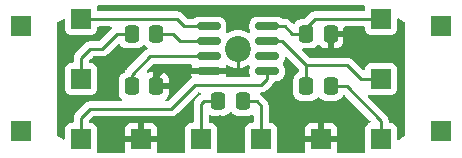
<source format=gtl>
%TF.GenerationSoftware,KiCad,Pcbnew,(6.0.5)*%
%TF.CreationDate,2023-09-23T13:50:41+09:00*%
%TF.ProjectId,20230918_Barcoder8,32303233-3039-4313-985f-426172636f64,rev?*%
%TF.SameCoordinates,Original*%
%TF.FileFunction,Copper,L1,Top*%
%TF.FilePolarity,Positive*%
%FSLAX46Y46*%
G04 Gerber Fmt 4.6, Leading zero omitted, Abs format (unit mm)*
G04 Created by KiCad (PCBNEW (6.0.5)) date 2023-09-23 13:50:41*
%MOMM*%
%LPD*%
G01*
G04 APERTURE LIST*
G04 Aperture macros list*
%AMRoundRect*
0 Rectangle with rounded corners*
0 $1 Rounding radius*
0 $2 $3 $4 $5 $6 $7 $8 $9 X,Y pos of 4 corners*
0 Add a 4 corners polygon primitive as box body*
4,1,4,$2,$3,$4,$5,$6,$7,$8,$9,$2,$3,0*
0 Add four circle primitives for the rounded corners*
1,1,$1+$1,$2,$3*
1,1,$1+$1,$4,$5*
1,1,$1+$1,$6,$7*
1,1,$1+$1,$8,$9*
0 Add four rect primitives between the rounded corners*
20,1,$1+$1,$2,$3,$4,$5,0*
20,1,$1+$1,$4,$5,$6,$7,0*
20,1,$1+$1,$6,$7,$8,$9,0*
20,1,$1+$1,$8,$9,$2,$3,0*%
G04 Aperture macros list end*
%TA.AperFunction,ComponentPad*%
%ADD10R,1.700000X1.700000*%
%TD*%
%TA.AperFunction,SMDPad,CuDef*%
%ADD11RoundRect,0.250000X-0.337500X-0.475000X0.337500X-0.475000X0.337500X0.475000X-0.337500X0.475000X0*%
%TD*%
%TA.AperFunction,SMDPad,CuDef*%
%ADD12RoundRect,0.150000X-0.825000X-0.150000X0.825000X-0.150000X0.825000X0.150000X-0.825000X0.150000X0*%
%TD*%
%TA.AperFunction,ComponentPad*%
%ADD13C,2.200000*%
%TD*%
%TA.AperFunction,ViaPad*%
%ADD14C,0.800000*%
%TD*%
%TA.AperFunction,Conductor*%
%ADD15C,0.250000*%
%TD*%
G04 APERTURE END LIST*
D10*
%TO.P,REF\u002A\u002A,1*%
%TO.N,N/C*%
X124460000Y-74295000D03*
%TD*%
D11*
%TO.P,C4,1*%
%TO.N,/P*%
X148590000Y-79375000D03*
%TO.P,C4,2*%
%TO.N,/OUT*%
X150665000Y-79375000D03*
%TD*%
D10*
%TO.P,P1,1,Pin_1*%
%TO.N,/P*%
X154940000Y-78740000D03*
%TD*%
%TO.P,G2,1,Pin_1*%
%TO.N,/G*%
X149860000Y-83820000D03*
%TD*%
D12*
%TO.P,U1,1,P1*%
%TO.N,/N*%
X140335000Y-74295000D03*
%TO.P,U1,2,P2*%
%TO.N,/IN*%
X140335000Y-75565000D03*
%TO.P,U1,3,P3*%
%TO.N,/VREF*%
X140335000Y-76835000D03*
%TO.P,U1,4,P4*%
%TO.N,/G*%
X140335000Y-78105000D03*
%TO.P,U1,5,P5*%
%TO.N,/CE*%
X145285000Y-78105000D03*
%TO.P,U1,6,P6*%
%TO.N,unconnected-(U1-Pad6)*%
X145285000Y-76835000D03*
%TO.P,U1,7,P7*%
%TO.N,/P*%
X145285000Y-75565000D03*
%TO.P,U1,8,P8*%
%TO.N,/5V*%
X145285000Y-74295000D03*
%TD*%
D11*
%TO.P,C3,1*%
%TO.N,/Ain*%
X133815000Y-74930000D03*
%TO.P,C3,2*%
%TO.N,/IN*%
X135890000Y-74930000D03*
%TD*%
D10*
%TO.P,REF\u002A\u002A,1*%
%TO.N,N/C*%
X124460000Y-83185000D03*
%TD*%
%TO.P,OUT1,1,Pin_1*%
%TO.N,/OUT*%
X154940000Y-83820000D03*
%TD*%
%TO.P,T1,1,Pin_1*%
%TO.N,/CE*%
X129540000Y-83820000D03*
%TD*%
%TO.P,A1,1,Pin_1*%
%TO.N,/Ain*%
X129540000Y-78740000D03*
%TD*%
D11*
%TO.P,C5,1*%
%TO.N,Net-(BZ1-Pad1)*%
X141150000Y-80645000D03*
%TO.P,C5,2*%
%TO.N,Net-(BZ2-Pad1)*%
X143225000Y-80645000D03*
%TD*%
D13*
%TO.P,J1,1,Pin_1*%
%TO.N,/G*%
X142810000Y-76200000D03*
%TD*%
D10*
%TO.P,REF\u002A\u002A,1*%
%TO.N,N/C*%
X160020000Y-83185000D03*
%TD*%
%TO.P,N1,1,Pin_1*%
%TO.N,/N*%
X129540000Y-73660000D03*
%TD*%
%TO.P,BZ1,1,Pin_1*%
%TO.N,Net-(BZ1-Pad1)*%
X139700000Y-83820000D03*
%TD*%
%TO.P,V5,1,Pin_1*%
%TO.N,/5V*%
X154940000Y-73660000D03*
%TD*%
D11*
%TO.P,C1,1*%
%TO.N,/VREF*%
X133815000Y-79375000D03*
%TO.P,C1,2*%
%TO.N,/G*%
X135890000Y-79375000D03*
%TD*%
D10*
%TO.P,BZ2,1,Pin_1*%
%TO.N,Net-(BZ2-Pad1)*%
X144780000Y-83820000D03*
%TD*%
%TO.P,REF\u002A\u002A,1*%
%TO.N,N/C*%
X160020000Y-74295000D03*
%TD*%
%TO.P,G1,1,Pin_1*%
%TO.N,/G*%
X134620000Y-83820000D03*
%TD*%
D11*
%TO.P,C2,1*%
%TO.N,/5V*%
X148590000Y-74930000D03*
%TO.P,C2,2*%
%TO.N,/G*%
X150665000Y-74930000D03*
%TD*%
D14*
%TO.N,/G*%
X143332200Y-73406000D03*
X155905200Y-81280000D03*
X128498600Y-81203800D03*
X132638800Y-76352400D03*
X141300200Y-82245200D03*
X155879800Y-76174600D03*
X128574800Y-76073000D03*
X147370800Y-73406000D03*
X147447000Y-82677000D03*
X152400000Y-75438000D03*
X149682200Y-81305400D03*
X146278600Y-79857600D03*
X137541000Y-79349600D03*
X137896600Y-81991200D03*
X149631400Y-76530200D03*
X143078200Y-82270600D03*
%TD*%
D15*
%TO.N,/Ain*%
X129540000Y-76962000D02*
X129540000Y-78740000D01*
X131318000Y-76200000D02*
X130302000Y-76200000D01*
X133815000Y-74930000D02*
X132588000Y-74930000D01*
X132588000Y-74930000D02*
X131318000Y-76200000D01*
X130302000Y-76200000D02*
X129540000Y-76962000D01*
%TO.N,Net-(BZ1-Pad1)*%
X139954000Y-80645000D02*
X139700000Y-80899000D01*
X141150000Y-80645000D02*
X139954000Y-80645000D01*
X139700000Y-80899000D02*
X139700000Y-83820000D01*
%TO.N,Net-(BZ2-Pad1)*%
X144399000Y-80645000D02*
X144780000Y-81026000D01*
X143225000Y-80645000D02*
X144399000Y-80645000D01*
X144780000Y-81026000D02*
X144780000Y-83820000D01*
%TO.N,/VREF*%
X135382000Y-76835000D02*
X133815000Y-78402000D01*
X140335000Y-76835000D02*
X135382000Y-76835000D01*
X133815000Y-78402000D02*
X133815000Y-79375000D01*
%TO.N,/G*%
X142824200Y-78054200D02*
X142773400Y-78105000D01*
X142773400Y-78105000D02*
X140335000Y-78105000D01*
X135890000Y-78613000D02*
X135890000Y-79375000D01*
X142810000Y-76200000D02*
X142810000Y-78040000D01*
X137541000Y-79375000D02*
X137668000Y-79502000D01*
X135890000Y-79375000D02*
X137541000Y-79375000D01*
X142810000Y-78040000D02*
X142824200Y-78054200D01*
X137160000Y-78105000D02*
X136398000Y-78105000D01*
X136398000Y-78105000D02*
X135890000Y-78613000D01*
X150665000Y-74930000D02*
X151892000Y-74930000D01*
X151892000Y-74930000D02*
X152400000Y-75438000D01*
X140335000Y-78105000D02*
X137160000Y-78105000D01*
%TO.N,/5V*%
X154940000Y-73660000D02*
X149352000Y-73660000D01*
X149352000Y-73660000D02*
X148590000Y-74422000D01*
X148590000Y-74930000D02*
X147430000Y-74930000D01*
X146795000Y-74295000D02*
X145285000Y-74295000D01*
X147430000Y-74930000D02*
X146795000Y-74295000D01*
%TO.N,/IN*%
X137287000Y-74930000D02*
X135890000Y-74930000D01*
X137922000Y-75565000D02*
X137287000Y-74930000D01*
X140335000Y-75565000D02*
X137922000Y-75565000D01*
%TO.N,/P*%
X153240000Y-78740000D02*
X154940000Y-78740000D01*
X148590000Y-77590000D02*
X148590000Y-79375000D01*
X148590000Y-77590000D02*
X152090000Y-77590000D01*
X146565000Y-75565000D02*
X148590000Y-77590000D01*
X152090000Y-77590000D02*
X153240000Y-78740000D01*
X145285000Y-75565000D02*
X146565000Y-75565000D01*
%TO.N,/OUT*%
X152019000Y-79375000D02*
X150665000Y-79375000D01*
X154940000Y-82296000D02*
X152019000Y-79375000D01*
X154940000Y-83820000D02*
X154940000Y-82296000D01*
%TO.N,/N*%
X138295000Y-74295000D02*
X140335000Y-74295000D01*
X129540000Y-73660000D02*
X137660000Y-73660000D01*
X137660000Y-73660000D02*
X138295000Y-74295000D01*
%TO.N,/CE*%
X145285000Y-78743000D02*
X144780000Y-79248000D01*
X130302000Y-81280000D02*
X129540000Y-82042000D01*
X139192000Y-79248000D02*
X137160000Y-81280000D01*
X129540000Y-82042000D02*
X129540000Y-83820000D01*
X137160000Y-81280000D02*
X130302000Y-81280000D01*
X145285000Y-78105000D02*
X145285000Y-78743000D01*
X144780000Y-79248000D02*
X139192000Y-79248000D01*
%TD*%
%TA.AperFunction,Conductor*%
%TO.N,/G*%
G36*
X142278865Y-81580976D02*
G01*
X142285422Y-81588530D01*
X142289022Y-81594348D01*
X142414197Y-81719305D01*
X142420427Y-81723145D01*
X142420428Y-81723146D01*
X142557590Y-81807694D01*
X142564762Y-81812115D01*
X142633427Y-81834890D01*
X142726111Y-81865632D01*
X142726113Y-81865632D01*
X142732639Y-81867797D01*
X142739475Y-81868497D01*
X142739478Y-81868498D01*
X142782531Y-81872909D01*
X142837100Y-81878500D01*
X143612900Y-81878500D01*
X143616146Y-81878163D01*
X143616150Y-81878163D01*
X143711808Y-81868238D01*
X143711812Y-81868237D01*
X143718666Y-81867526D01*
X143725202Y-81865345D01*
X143725204Y-81865345D01*
X143877256Y-81814616D01*
X143886446Y-81811550D01*
X143892678Y-81807694D01*
X143950443Y-81771947D01*
X143954198Y-81769624D01*
X144022648Y-81750786D01*
X144090418Y-81771947D01*
X144135989Y-81826388D01*
X144146500Y-81876768D01*
X144146500Y-82335500D01*
X144126498Y-82403621D01*
X144072842Y-82450114D01*
X144020500Y-82461500D01*
X143881866Y-82461500D01*
X143819684Y-82468255D01*
X143683295Y-82519385D01*
X143566739Y-82606739D01*
X143479385Y-82723295D01*
X143428255Y-82859684D01*
X143421500Y-82921866D01*
X143421500Y-84718134D01*
X143428255Y-84780316D01*
X143431029Y-84787715D01*
X143443608Y-84821270D01*
X143448791Y-84892078D01*
X143414870Y-84954447D01*
X143352615Y-84988576D01*
X143325626Y-84991500D01*
X141154374Y-84991500D01*
X141086253Y-84971498D01*
X141039760Y-84917842D01*
X141029656Y-84847568D01*
X141036392Y-84821270D01*
X141048971Y-84787715D01*
X141051745Y-84780316D01*
X141058500Y-84718134D01*
X141058500Y-82921866D01*
X141051745Y-82859684D01*
X141000615Y-82723295D01*
X140913261Y-82606739D01*
X140796705Y-82519385D01*
X140660316Y-82468255D01*
X140598134Y-82461500D01*
X140459500Y-82461500D01*
X140391379Y-82441498D01*
X140344886Y-82387842D01*
X140333500Y-82335500D01*
X140333500Y-81934827D01*
X140353502Y-81866706D01*
X140407158Y-81820213D01*
X140477432Y-81810109D01*
X140499162Y-81815233D01*
X140657639Y-81867797D01*
X140664475Y-81868497D01*
X140664478Y-81868498D01*
X140707531Y-81872909D01*
X140762100Y-81878500D01*
X141537900Y-81878500D01*
X141541146Y-81878163D01*
X141541150Y-81878163D01*
X141636808Y-81868238D01*
X141636812Y-81868237D01*
X141643666Y-81867526D01*
X141650202Y-81865345D01*
X141650204Y-81865345D01*
X141802256Y-81814616D01*
X141811446Y-81811550D01*
X141961848Y-81718478D01*
X142086805Y-81593303D01*
X142089406Y-81589084D01*
X142146530Y-81548583D01*
X142217453Y-81545351D01*
X142278865Y-81580976D01*
G37*
%TD.AperFunction*%
%TA.AperFunction,Conductor*%
G36*
X146977012Y-76873370D02*
G01*
X146983595Y-76879499D01*
X147919595Y-77815499D01*
X147953621Y-77877811D01*
X147956500Y-77904594D01*
X147956500Y-78120954D01*
X147936498Y-78189075D01*
X147896803Y-78228098D01*
X147778152Y-78301522D01*
X147653195Y-78426697D01*
X147649355Y-78432927D01*
X147649354Y-78432928D01*
X147582835Y-78540842D01*
X147560385Y-78577262D01*
X147544304Y-78625745D01*
X147507203Y-78737603D01*
X147504703Y-78745139D01*
X147504003Y-78751975D01*
X147504002Y-78751978D01*
X147499591Y-78795031D01*
X147494000Y-78849600D01*
X147494000Y-79900400D01*
X147494337Y-79903646D01*
X147494337Y-79903650D01*
X147504118Y-79997914D01*
X147504974Y-80006166D01*
X147507155Y-80012702D01*
X147507155Y-80012704D01*
X147531425Y-80085448D01*
X147560950Y-80173946D01*
X147654022Y-80324348D01*
X147779197Y-80449305D01*
X147785427Y-80453145D01*
X147785428Y-80453146D01*
X147922590Y-80537694D01*
X147929762Y-80542115D01*
X147985831Y-80560712D01*
X148091111Y-80595632D01*
X148091113Y-80595632D01*
X148097639Y-80597797D01*
X148104475Y-80598497D01*
X148104478Y-80598498D01*
X148147531Y-80602909D01*
X148202100Y-80608500D01*
X148977900Y-80608500D01*
X148981146Y-80608163D01*
X148981150Y-80608163D01*
X149076808Y-80598238D01*
X149076812Y-80598237D01*
X149083666Y-80597526D01*
X149090202Y-80595345D01*
X149090204Y-80595345D01*
X149225768Y-80550117D01*
X149251446Y-80541550D01*
X149401848Y-80448478D01*
X149526805Y-80323303D01*
X149529406Y-80319084D01*
X149586530Y-80278583D01*
X149657453Y-80275351D01*
X149718865Y-80310976D01*
X149725422Y-80318530D01*
X149729022Y-80324348D01*
X149854197Y-80449305D01*
X149860427Y-80453145D01*
X149860428Y-80453146D01*
X149997590Y-80537694D01*
X150004762Y-80542115D01*
X150060831Y-80560712D01*
X150166111Y-80595632D01*
X150166113Y-80595632D01*
X150172639Y-80597797D01*
X150179475Y-80598497D01*
X150179478Y-80598498D01*
X150222531Y-80602909D01*
X150277100Y-80608500D01*
X151052900Y-80608500D01*
X151056146Y-80608163D01*
X151056150Y-80608163D01*
X151151808Y-80598238D01*
X151151812Y-80598237D01*
X151158666Y-80597526D01*
X151165202Y-80595345D01*
X151165204Y-80595345D01*
X151300768Y-80550117D01*
X151326446Y-80541550D01*
X151476848Y-80448478D01*
X151601805Y-80323303D01*
X151694615Y-80172738D01*
X151696203Y-80173717D01*
X151736780Y-80127628D01*
X151805057Y-80108163D01*
X151873018Y-80128701D01*
X151893159Y-80145064D01*
X154013438Y-82265343D01*
X154047464Y-82327655D01*
X154042399Y-82398470D01*
X153999852Y-82455306D01*
X153968573Y-82472420D01*
X153858770Y-82513584D01*
X153843295Y-82519385D01*
X153726739Y-82606739D01*
X153639385Y-82723295D01*
X153588255Y-82859684D01*
X153581500Y-82921866D01*
X153581500Y-84718134D01*
X153588255Y-84780316D01*
X153591029Y-84787715D01*
X153603608Y-84821270D01*
X153608791Y-84892078D01*
X153574870Y-84954447D01*
X153512615Y-84988576D01*
X153485626Y-84991500D01*
X151313840Y-84991500D01*
X151245719Y-84971498D01*
X151199226Y-84917842D01*
X151189122Y-84847568D01*
X151195858Y-84821270D01*
X151208478Y-84787606D01*
X151212105Y-84772351D01*
X151217631Y-84721486D01*
X151218000Y-84714672D01*
X151218000Y-84092115D01*
X151213525Y-84076876D01*
X151212135Y-84075671D01*
X151204452Y-84074000D01*
X148520116Y-84074000D01*
X148504877Y-84078475D01*
X148503672Y-84079865D01*
X148502001Y-84087548D01*
X148502001Y-84714669D01*
X148502371Y-84721490D01*
X148507895Y-84772352D01*
X148511521Y-84787603D01*
X148524142Y-84821270D01*
X148529325Y-84892077D01*
X148495404Y-84954446D01*
X148433149Y-84988576D01*
X148406160Y-84991500D01*
X146234374Y-84991500D01*
X146166253Y-84971498D01*
X146119760Y-84917842D01*
X146109656Y-84847568D01*
X146116392Y-84821270D01*
X146128971Y-84787715D01*
X146131745Y-84780316D01*
X146138500Y-84718134D01*
X146138500Y-83547885D01*
X148502000Y-83547885D01*
X148506475Y-83563124D01*
X148507865Y-83564329D01*
X148515548Y-83566000D01*
X149587885Y-83566000D01*
X149603124Y-83561525D01*
X149604329Y-83560135D01*
X149606000Y-83552452D01*
X149606000Y-83547885D01*
X150114000Y-83547885D01*
X150118475Y-83563124D01*
X150119865Y-83564329D01*
X150127548Y-83566000D01*
X151199884Y-83566000D01*
X151215123Y-83561525D01*
X151216328Y-83560135D01*
X151217999Y-83552452D01*
X151217999Y-82925331D01*
X151217629Y-82918510D01*
X151212105Y-82867648D01*
X151208479Y-82852396D01*
X151163324Y-82731946D01*
X151154786Y-82716351D01*
X151078285Y-82614276D01*
X151065724Y-82601715D01*
X150963649Y-82525214D01*
X150948054Y-82516676D01*
X150827606Y-82471522D01*
X150812351Y-82467895D01*
X150761486Y-82462369D01*
X150754672Y-82462000D01*
X150132115Y-82462000D01*
X150116876Y-82466475D01*
X150115671Y-82467865D01*
X150114000Y-82475548D01*
X150114000Y-83547885D01*
X149606000Y-83547885D01*
X149606000Y-82480116D01*
X149601525Y-82464877D01*
X149600135Y-82463672D01*
X149592452Y-82462001D01*
X148965331Y-82462001D01*
X148958510Y-82462371D01*
X148907648Y-82467895D01*
X148892396Y-82471521D01*
X148771946Y-82516676D01*
X148756351Y-82525214D01*
X148654276Y-82601715D01*
X148641715Y-82614276D01*
X148565214Y-82716351D01*
X148556676Y-82731946D01*
X148511522Y-82852394D01*
X148507895Y-82867649D01*
X148502369Y-82918514D01*
X148502000Y-82925328D01*
X148502000Y-83547885D01*
X146138500Y-83547885D01*
X146138500Y-82921866D01*
X146131745Y-82859684D01*
X146080615Y-82723295D01*
X145993261Y-82606739D01*
X145876705Y-82519385D01*
X145740316Y-82468255D01*
X145678134Y-82461500D01*
X145539500Y-82461500D01*
X145471379Y-82441498D01*
X145424886Y-82387842D01*
X145413500Y-82335500D01*
X145413500Y-81104763D01*
X145414027Y-81093579D01*
X145415701Y-81086091D01*
X145413562Y-81018032D01*
X145413500Y-81014075D01*
X145413500Y-80986144D01*
X145412994Y-80982138D01*
X145412061Y-80970292D01*
X145410922Y-80934037D01*
X145410673Y-80926110D01*
X145405022Y-80906658D01*
X145401014Y-80887306D01*
X145399468Y-80875068D01*
X145399467Y-80875066D01*
X145398474Y-80867203D01*
X145382194Y-80826086D01*
X145378359Y-80814885D01*
X145366018Y-80772406D01*
X145361985Y-80765587D01*
X145361983Y-80765582D01*
X145355707Y-80754971D01*
X145347010Y-80737221D01*
X145339552Y-80718383D01*
X145313571Y-80682623D01*
X145307053Y-80672701D01*
X145288578Y-80641460D01*
X145288574Y-80641455D01*
X145284542Y-80634637D01*
X145270218Y-80620313D01*
X145257376Y-80605278D01*
X145252450Y-80598498D01*
X145245472Y-80588893D01*
X145211406Y-80560711D01*
X145202627Y-80552722D01*
X144902652Y-80252747D01*
X144895112Y-80244461D01*
X144891000Y-80237982D01*
X144884559Y-80231933D01*
X144841349Y-80191357D01*
X144838507Y-80188602D01*
X144818770Y-80168865D01*
X144815573Y-80166385D01*
X144806551Y-80158680D01*
X144793116Y-80146064D01*
X144774321Y-80128414D01*
X144767375Y-80124595D01*
X144767372Y-80124593D01*
X144756566Y-80118652D01*
X144740062Y-80107812D01*
X144739104Y-80107070D01*
X144697530Y-80049520D01*
X144693669Y-79978629D01*
X144728748Y-79916904D01*
X144791629Y-79883942D01*
X144811960Y-79881931D01*
X144811948Y-79881748D01*
X144815890Y-79881500D01*
X144819856Y-79881500D01*
X144823791Y-79881003D01*
X144823856Y-79880995D01*
X144835693Y-79880062D01*
X144867951Y-79879048D01*
X144871970Y-79878922D01*
X144879889Y-79878673D01*
X144899343Y-79873021D01*
X144918700Y-79869013D01*
X144930930Y-79867468D01*
X144930931Y-79867468D01*
X144938797Y-79866474D01*
X144946168Y-79863555D01*
X144946170Y-79863555D01*
X144979912Y-79850196D01*
X144991142Y-79846351D01*
X145025983Y-79836229D01*
X145025984Y-79836229D01*
X145033593Y-79834018D01*
X145040412Y-79829985D01*
X145040417Y-79829983D01*
X145051028Y-79823707D01*
X145068776Y-79815012D01*
X145087617Y-79807552D01*
X145120954Y-79783332D01*
X145123387Y-79781564D01*
X145133307Y-79775048D01*
X145164535Y-79756580D01*
X145164538Y-79756578D01*
X145171362Y-79752542D01*
X145185683Y-79738221D01*
X145200717Y-79725380D01*
X145210693Y-79718132D01*
X145217107Y-79713472D01*
X145245288Y-79679407D01*
X145253278Y-79670626D01*
X145677258Y-79246647D01*
X145685537Y-79239113D01*
X145692018Y-79235000D01*
X145738644Y-79185348D01*
X145741398Y-79182507D01*
X145761135Y-79162770D01*
X145763615Y-79159573D01*
X145771320Y-79150551D01*
X145796159Y-79124100D01*
X145801586Y-79118321D01*
X145805405Y-79111375D01*
X145805407Y-79111372D01*
X145811348Y-79100566D01*
X145822199Y-79084047D01*
X145829758Y-79074301D01*
X145834614Y-79068041D01*
X145837759Y-79060772D01*
X145837762Y-79060768D01*
X145852174Y-79027463D01*
X145857396Y-79016803D01*
X145878288Y-78978800D01*
X145928633Y-78928741D01*
X145988703Y-78913500D01*
X146176502Y-78913500D01*
X146178950Y-78913307D01*
X146178958Y-78913307D01*
X146207421Y-78911067D01*
X146207426Y-78911066D01*
X146213831Y-78910562D01*
X146313769Y-78881528D01*
X146365988Y-78866357D01*
X146365990Y-78866356D01*
X146373601Y-78864145D01*
X146472820Y-78805467D01*
X146509980Y-78783491D01*
X146509983Y-78783489D01*
X146516807Y-78779453D01*
X146634453Y-78661807D01*
X146638489Y-78654983D01*
X146638491Y-78654980D01*
X146715108Y-78525427D01*
X146719145Y-78518601D01*
X146721415Y-78510790D01*
X146744035Y-78432928D01*
X146765562Y-78358831D01*
X146768500Y-78321502D01*
X146768500Y-77888498D01*
X146765562Y-77851169D01*
X146731865Y-77735183D01*
X146721357Y-77699012D01*
X146721356Y-77699010D01*
X146719145Y-77691399D01*
X146634453Y-77548193D01*
X146631771Y-77545511D01*
X146606498Y-77481139D01*
X146620400Y-77411516D01*
X146630572Y-77395688D01*
X146634453Y-77391807D01*
X146719145Y-77248601D01*
X146722351Y-77237568D01*
X146743025Y-77166404D01*
X146765562Y-77088831D01*
X146766349Y-77078841D01*
X146768307Y-77053958D01*
X146768307Y-77053950D01*
X146768500Y-77051502D01*
X146768500Y-76968594D01*
X146788502Y-76900473D01*
X146842158Y-76853980D01*
X146912432Y-76843876D01*
X146977012Y-76873370D01*
G37*
%TD.AperFunction*%
%TA.AperFunction,Conductor*%
G36*
X139607427Y-79901502D02*
G01*
X139653920Y-79955158D01*
X139664024Y-80025432D01*
X139634530Y-80090012D01*
X139613352Y-80109446D01*
X139610928Y-80111207D01*
X139610609Y-80111439D01*
X139600707Y-80117943D01*
X139589463Y-80124593D01*
X139562637Y-80140458D01*
X139548313Y-80154782D01*
X139533281Y-80167621D01*
X139516893Y-80179528D01*
X139488712Y-80213593D01*
X139480722Y-80222373D01*
X139307747Y-80395348D01*
X139299461Y-80402888D01*
X139292982Y-80407000D01*
X139287557Y-80412777D01*
X139246357Y-80456651D01*
X139243602Y-80459493D01*
X139223865Y-80479230D01*
X139221385Y-80482427D01*
X139213682Y-80491447D01*
X139183414Y-80523679D01*
X139179595Y-80530625D01*
X139179593Y-80530628D01*
X139173652Y-80541434D01*
X139162801Y-80557953D01*
X139150386Y-80573959D01*
X139147241Y-80581228D01*
X139147238Y-80581232D01*
X139132826Y-80614537D01*
X139127609Y-80625187D01*
X139106305Y-80663940D01*
X139104334Y-80671615D01*
X139104334Y-80671616D01*
X139102746Y-80677802D01*
X139101508Y-80682625D01*
X139101267Y-80683562D01*
X139094863Y-80702266D01*
X139090666Y-80711966D01*
X139086819Y-80720855D01*
X139085580Y-80728678D01*
X139085577Y-80728688D01*
X139079901Y-80764524D01*
X139077495Y-80776144D01*
X139072194Y-80796793D01*
X139066500Y-80818970D01*
X139066500Y-80839224D01*
X139064949Y-80858934D01*
X139061780Y-80878943D01*
X139062526Y-80886835D01*
X139065941Y-80922961D01*
X139066500Y-80934819D01*
X139066500Y-82335500D01*
X139046498Y-82403621D01*
X138992842Y-82450114D01*
X138940500Y-82461500D01*
X138801866Y-82461500D01*
X138739684Y-82468255D01*
X138603295Y-82519385D01*
X138486739Y-82606739D01*
X138399385Y-82723295D01*
X138348255Y-82859684D01*
X138341500Y-82921866D01*
X138341500Y-84718134D01*
X138348255Y-84780316D01*
X138351029Y-84787715D01*
X138363608Y-84821270D01*
X138368791Y-84892078D01*
X138334870Y-84954447D01*
X138272615Y-84988576D01*
X138245626Y-84991500D01*
X136073840Y-84991500D01*
X136005719Y-84971498D01*
X135959226Y-84917842D01*
X135949122Y-84847568D01*
X135955858Y-84821270D01*
X135968478Y-84787606D01*
X135972105Y-84772351D01*
X135977631Y-84721486D01*
X135978000Y-84714672D01*
X135978000Y-84092115D01*
X135973525Y-84076876D01*
X135972135Y-84075671D01*
X135964452Y-84074000D01*
X133280116Y-84074000D01*
X133264877Y-84078475D01*
X133263672Y-84079865D01*
X133262001Y-84087548D01*
X133262001Y-84714669D01*
X133262371Y-84721490D01*
X133267895Y-84772352D01*
X133271521Y-84787603D01*
X133284142Y-84821270D01*
X133289325Y-84892077D01*
X133255404Y-84954446D01*
X133193149Y-84988576D01*
X133166160Y-84991500D01*
X130994374Y-84991500D01*
X130926253Y-84971498D01*
X130879760Y-84917842D01*
X130869656Y-84847568D01*
X130876392Y-84821270D01*
X130888971Y-84787715D01*
X130891745Y-84780316D01*
X130898500Y-84718134D01*
X130898500Y-83547885D01*
X133262000Y-83547885D01*
X133266475Y-83563124D01*
X133267865Y-83564329D01*
X133275548Y-83566000D01*
X134347885Y-83566000D01*
X134363124Y-83561525D01*
X134364329Y-83560135D01*
X134366000Y-83552452D01*
X134366000Y-83547885D01*
X134874000Y-83547885D01*
X134878475Y-83563124D01*
X134879865Y-83564329D01*
X134887548Y-83566000D01*
X135959884Y-83566000D01*
X135975123Y-83561525D01*
X135976328Y-83560135D01*
X135977999Y-83552452D01*
X135977999Y-82925331D01*
X135977629Y-82918510D01*
X135972105Y-82867648D01*
X135968479Y-82852396D01*
X135923324Y-82731946D01*
X135914786Y-82716351D01*
X135838285Y-82614276D01*
X135825724Y-82601715D01*
X135723649Y-82525214D01*
X135708054Y-82516676D01*
X135587606Y-82471522D01*
X135572351Y-82467895D01*
X135521486Y-82462369D01*
X135514672Y-82462000D01*
X134892115Y-82462000D01*
X134876876Y-82466475D01*
X134875671Y-82467865D01*
X134874000Y-82475548D01*
X134874000Y-83547885D01*
X134366000Y-83547885D01*
X134366000Y-82480116D01*
X134361525Y-82464877D01*
X134360135Y-82463672D01*
X134352452Y-82462001D01*
X133725331Y-82462001D01*
X133718510Y-82462371D01*
X133667648Y-82467895D01*
X133652396Y-82471521D01*
X133531946Y-82516676D01*
X133516351Y-82525214D01*
X133414276Y-82601715D01*
X133401715Y-82614276D01*
X133325214Y-82716351D01*
X133316676Y-82731946D01*
X133271522Y-82852394D01*
X133267895Y-82867649D01*
X133262369Y-82918514D01*
X133262000Y-82925328D01*
X133262000Y-83547885D01*
X130898500Y-83547885D01*
X130898500Y-82921866D01*
X130891745Y-82859684D01*
X130840615Y-82723295D01*
X130753261Y-82606739D01*
X130636705Y-82519385D01*
X130500316Y-82468255D01*
X130438134Y-82461500D01*
X130320595Y-82461500D01*
X130252474Y-82441498D01*
X130205981Y-82387842D01*
X130195877Y-82317568D01*
X130225371Y-82252988D01*
X130231500Y-82246404D01*
X130527501Y-81950404D01*
X130589813Y-81916379D01*
X130616596Y-81913500D01*
X137081233Y-81913500D01*
X137092416Y-81914027D01*
X137099909Y-81915702D01*
X137107835Y-81915453D01*
X137107836Y-81915453D01*
X137167986Y-81913562D01*
X137171945Y-81913500D01*
X137199856Y-81913500D01*
X137203791Y-81913003D01*
X137203856Y-81912995D01*
X137215693Y-81912062D01*
X137247951Y-81911048D01*
X137251970Y-81910922D01*
X137259889Y-81910673D01*
X137279343Y-81905021D01*
X137298700Y-81901013D01*
X137310930Y-81899468D01*
X137310931Y-81899468D01*
X137318797Y-81898474D01*
X137326168Y-81895555D01*
X137326170Y-81895555D01*
X137359912Y-81882196D01*
X137371142Y-81878351D01*
X137405983Y-81868229D01*
X137405984Y-81868229D01*
X137413593Y-81866018D01*
X137420412Y-81861985D01*
X137420417Y-81861983D01*
X137431028Y-81855707D01*
X137448776Y-81847012D01*
X137467617Y-81839552D01*
X137485497Y-81826562D01*
X137503387Y-81813564D01*
X137513307Y-81807048D01*
X137544535Y-81788580D01*
X137544538Y-81788578D01*
X137551362Y-81784542D01*
X137565683Y-81770221D01*
X137580717Y-81757380D01*
X137590694Y-81750131D01*
X137597107Y-81745472D01*
X137625298Y-81711395D01*
X137633288Y-81702616D01*
X139417500Y-79918405D01*
X139479812Y-79884379D01*
X139506595Y-79881500D01*
X139539306Y-79881500D01*
X139607427Y-79901502D01*
G37*
%TD.AperFunction*%
%TA.AperFunction,Conductor*%
G36*
X156506330Y-73635135D02*
G01*
X156610584Y-73724176D01*
X156614792Y-73726755D01*
X156614798Y-73726759D01*
X156769677Y-73821669D01*
X156813037Y-73848240D01*
X156817607Y-73850133D01*
X156817611Y-73850135D01*
X156922218Y-73893464D01*
X156977499Y-73938012D01*
X157000000Y-74009873D01*
X157000000Y-83490127D01*
X156979998Y-83558248D01*
X156922218Y-83606536D01*
X156817611Y-83649865D01*
X156817607Y-83649867D01*
X156813037Y-83651760D01*
X156808817Y-83654346D01*
X156614798Y-83773241D01*
X156614792Y-83773245D01*
X156610584Y-83775824D01*
X156506330Y-83864865D01*
X156441541Y-83893896D01*
X156371341Y-83883291D01*
X156318019Y-83836417D01*
X156298500Y-83769054D01*
X156298500Y-82921866D01*
X156291745Y-82859684D01*
X156240615Y-82723295D01*
X156153261Y-82606739D01*
X156036705Y-82519385D01*
X155900316Y-82468255D01*
X155838134Y-82461500D01*
X155701117Y-82461500D01*
X155632996Y-82441498D01*
X155586503Y-82387842D01*
X155575179Y-82339458D01*
X155574078Y-82304404D01*
X155573562Y-82288000D01*
X155573500Y-82284043D01*
X155573500Y-82256144D01*
X155572996Y-82252153D01*
X155572063Y-82240311D01*
X155570923Y-82204036D01*
X155570674Y-82196111D01*
X155568462Y-82188497D01*
X155568461Y-82188492D01*
X155565023Y-82176659D01*
X155561012Y-82157295D01*
X155559467Y-82145064D01*
X155558474Y-82137203D01*
X155555557Y-82129836D01*
X155555556Y-82129831D01*
X155542198Y-82096092D01*
X155538354Y-82084865D01*
X155528230Y-82050022D01*
X155526018Y-82042407D01*
X155515707Y-82024972D01*
X155507012Y-82007224D01*
X155499552Y-81988383D01*
X155473564Y-81952613D01*
X155467048Y-81942693D01*
X155448580Y-81911465D01*
X155448578Y-81911462D01*
X155444542Y-81904638D01*
X155430221Y-81890317D01*
X155417380Y-81875283D01*
X155412450Y-81868498D01*
X155405472Y-81858893D01*
X155371395Y-81830702D01*
X155362616Y-81822712D01*
X153834148Y-80294244D01*
X153800123Y-80231933D01*
X153805188Y-80161118D01*
X153847735Y-80104282D01*
X153914255Y-80079471D01*
X153967471Y-80087167D01*
X153972283Y-80088971D01*
X153972287Y-80088972D01*
X153979684Y-80091745D01*
X154041866Y-80098500D01*
X155838134Y-80098500D01*
X155900316Y-80091745D01*
X156036705Y-80040615D01*
X156153261Y-79953261D01*
X156240615Y-79836705D01*
X156291745Y-79700316D01*
X156298500Y-79638134D01*
X156298500Y-77841866D01*
X156291745Y-77779684D01*
X156240615Y-77643295D01*
X156153261Y-77526739D01*
X156036705Y-77439385D01*
X155900316Y-77388255D01*
X155838134Y-77381500D01*
X154041866Y-77381500D01*
X153979684Y-77388255D01*
X153843295Y-77439385D01*
X153726739Y-77526739D01*
X153639385Y-77643295D01*
X153588255Y-77779684D01*
X153581500Y-77841866D01*
X153581500Y-77881405D01*
X153561498Y-77949526D01*
X153507842Y-77996019D01*
X153437568Y-78006123D01*
X153372988Y-77976629D01*
X153366404Y-77970500D01*
X153039405Y-77643500D01*
X152593647Y-77197742D01*
X152586113Y-77189463D01*
X152582000Y-77182982D01*
X152532348Y-77136356D01*
X152529507Y-77133602D01*
X152509770Y-77113865D01*
X152506573Y-77111385D01*
X152497551Y-77103680D01*
X152488316Y-77095008D01*
X152465321Y-77073414D01*
X152458375Y-77069595D01*
X152458372Y-77069593D01*
X152447566Y-77063652D01*
X152431047Y-77052801D01*
X152426189Y-77049033D01*
X152415041Y-77040386D01*
X152407772Y-77037241D01*
X152407768Y-77037238D01*
X152374463Y-77022826D01*
X152363813Y-77017609D01*
X152325060Y-76996305D01*
X152305437Y-76991267D01*
X152286734Y-76984863D01*
X152275420Y-76979967D01*
X152275419Y-76979967D01*
X152268145Y-76976819D01*
X152260322Y-76975580D01*
X152260312Y-76975577D01*
X152224476Y-76969901D01*
X152212856Y-76967495D01*
X152177711Y-76958472D01*
X152177710Y-76958472D01*
X152170030Y-76956500D01*
X152149776Y-76956500D01*
X152130065Y-76954949D01*
X152117886Y-76953020D01*
X152110057Y-76951780D01*
X152102165Y-76952526D01*
X152066039Y-76955941D01*
X152054181Y-76956500D01*
X148904595Y-76956500D01*
X148836474Y-76936498D01*
X148815500Y-76919595D01*
X148274500Y-76378595D01*
X148240474Y-76316283D01*
X148245539Y-76245468D01*
X148288086Y-76188632D01*
X148354606Y-76163821D01*
X148363595Y-76163500D01*
X148977900Y-76163500D01*
X148981146Y-76163163D01*
X148981150Y-76163163D01*
X149076808Y-76153238D01*
X149076812Y-76153237D01*
X149083666Y-76152526D01*
X149090202Y-76150345D01*
X149090204Y-76150345D01*
X149222306Y-76106272D01*
X149251446Y-76096550D01*
X149401848Y-76003478D01*
X149526805Y-75878303D01*
X149529602Y-75873765D01*
X149586853Y-75833176D01*
X149657776Y-75829946D01*
X149719187Y-75865572D01*
X149726562Y-75874068D01*
X149734598Y-75884207D01*
X149849329Y-75998739D01*
X149860740Y-76007751D01*
X149998743Y-76092816D01*
X150011924Y-76098963D01*
X150166210Y-76150138D01*
X150179586Y-76153005D01*
X150273938Y-76162672D01*
X150280354Y-76163000D01*
X150392885Y-76163000D01*
X150408124Y-76158525D01*
X150409329Y-76157135D01*
X150411000Y-76149452D01*
X150411000Y-76144884D01*
X150919000Y-76144884D01*
X150923475Y-76160123D01*
X150924865Y-76161328D01*
X150932548Y-76162999D01*
X151049595Y-76162999D01*
X151056114Y-76162662D01*
X151151706Y-76152743D01*
X151165100Y-76149851D01*
X151319284Y-76098412D01*
X151332462Y-76092239D01*
X151470307Y-76006937D01*
X151481708Y-75997901D01*
X151596239Y-75883171D01*
X151605251Y-75871760D01*
X151690316Y-75733757D01*
X151696463Y-75720576D01*
X151747638Y-75566290D01*
X151750505Y-75552914D01*
X151760172Y-75458562D01*
X151760500Y-75452146D01*
X151760500Y-75202115D01*
X151756025Y-75186876D01*
X151754635Y-75185671D01*
X151746952Y-75184000D01*
X150937115Y-75184000D01*
X150921876Y-75188475D01*
X150920671Y-75189865D01*
X150919000Y-75197548D01*
X150919000Y-76144884D01*
X150411000Y-76144884D01*
X150411000Y-74802000D01*
X150431002Y-74733879D01*
X150484658Y-74687386D01*
X150537000Y-74676000D01*
X151742384Y-74676000D01*
X151757623Y-74671525D01*
X151758828Y-74670135D01*
X151760499Y-74662452D01*
X151760499Y-74419500D01*
X151780501Y-74351379D01*
X151834157Y-74304886D01*
X151886499Y-74293500D01*
X153455500Y-74293500D01*
X153523621Y-74313502D01*
X153570114Y-74367158D01*
X153581500Y-74419500D01*
X153581500Y-74558134D01*
X153588255Y-74620316D01*
X153639385Y-74756705D01*
X153726739Y-74873261D01*
X153843295Y-74960615D01*
X153979684Y-75011745D01*
X154041866Y-75018500D01*
X155838134Y-75018500D01*
X155900316Y-75011745D01*
X156036705Y-74960615D01*
X156153261Y-74873261D01*
X156240615Y-74756705D01*
X156291745Y-74620316D01*
X156298500Y-74558134D01*
X156298500Y-73730946D01*
X156318502Y-73662825D01*
X156372158Y-73616332D01*
X156442432Y-73606228D01*
X156506330Y-73635135D01*
G37*
%TD.AperFunction*%
%TA.AperFunction,Conductor*%
G36*
X128108659Y-73633791D02*
G01*
X128161982Y-73680666D01*
X128181500Y-73748028D01*
X128181500Y-74558134D01*
X128188255Y-74620316D01*
X128239385Y-74756705D01*
X128326739Y-74873261D01*
X128443295Y-74960615D01*
X128579684Y-75011745D01*
X128641866Y-75018500D01*
X130438134Y-75018500D01*
X130500316Y-75011745D01*
X130636705Y-74960615D01*
X130753261Y-74873261D01*
X130840615Y-74756705D01*
X130891745Y-74620316D01*
X130898500Y-74558134D01*
X130898500Y-74419500D01*
X130918502Y-74351379D01*
X130972158Y-74304886D01*
X131024500Y-74293500D01*
X132024405Y-74293500D01*
X132092526Y-74313502D01*
X132139019Y-74367158D01*
X132149123Y-74437432D01*
X132119629Y-74502012D01*
X132113500Y-74508595D01*
X131092500Y-75529595D01*
X131030188Y-75563621D01*
X131003405Y-75566500D01*
X130380768Y-75566500D01*
X130369585Y-75565973D01*
X130362092Y-75564298D01*
X130354166Y-75564547D01*
X130354165Y-75564547D01*
X130294002Y-75566438D01*
X130290044Y-75566500D01*
X130262144Y-75566500D01*
X130258154Y-75567004D01*
X130246320Y-75567936D01*
X130202111Y-75569326D01*
X130194497Y-75571538D01*
X130194492Y-75571539D01*
X130182659Y-75574977D01*
X130163296Y-75578988D01*
X130143203Y-75581526D01*
X130135836Y-75584443D01*
X130135831Y-75584444D01*
X130102092Y-75597802D01*
X130090865Y-75601646D01*
X130048407Y-75613982D01*
X130041581Y-75618019D01*
X130030972Y-75624293D01*
X130013224Y-75632988D01*
X129994383Y-75640448D01*
X129987967Y-75645110D01*
X129987966Y-75645110D01*
X129958613Y-75666436D01*
X129948693Y-75672952D01*
X129917465Y-75691420D01*
X129917462Y-75691422D01*
X129910638Y-75695458D01*
X129896317Y-75709779D01*
X129881284Y-75722619D01*
X129864893Y-75734528D01*
X129838516Y-75766413D01*
X129836712Y-75768593D01*
X129828722Y-75777374D01*
X129147742Y-76458353D01*
X129139463Y-76465887D01*
X129132982Y-76470000D01*
X129086357Y-76519651D01*
X129083602Y-76522493D01*
X129063865Y-76542230D01*
X129061385Y-76545427D01*
X129053682Y-76554447D01*
X129023414Y-76586679D01*
X129019595Y-76593625D01*
X129019593Y-76593628D01*
X129013652Y-76604434D01*
X129002801Y-76620953D01*
X128990386Y-76636959D01*
X128987241Y-76644228D01*
X128987238Y-76644232D01*
X128972826Y-76677537D01*
X128967609Y-76688187D01*
X128946305Y-76726940D01*
X128944334Y-76734615D01*
X128944334Y-76734616D01*
X128941267Y-76746562D01*
X128934863Y-76765266D01*
X128926819Y-76783855D01*
X128925580Y-76791678D01*
X128925577Y-76791688D01*
X128919901Y-76827524D01*
X128917495Y-76839144D01*
X128908708Y-76873370D01*
X128906500Y-76881970D01*
X128906500Y-76902224D01*
X128904949Y-76921934D01*
X128901780Y-76941943D01*
X128902526Y-76949835D01*
X128905941Y-76985961D01*
X128906500Y-76997819D01*
X128906500Y-77255500D01*
X128886498Y-77323621D01*
X128832842Y-77370114D01*
X128780500Y-77381500D01*
X128641866Y-77381500D01*
X128579684Y-77388255D01*
X128443295Y-77439385D01*
X128326739Y-77526739D01*
X128239385Y-77643295D01*
X128188255Y-77779684D01*
X128181500Y-77841866D01*
X128181500Y-79638134D01*
X128188255Y-79700316D01*
X128239385Y-79836705D01*
X128326739Y-79953261D01*
X128443295Y-80040615D01*
X128579684Y-80091745D01*
X128641866Y-80098500D01*
X130438134Y-80098500D01*
X130500316Y-80091745D01*
X130636705Y-80040615D01*
X130753261Y-79953261D01*
X130840615Y-79836705D01*
X130891745Y-79700316D01*
X130898500Y-79638134D01*
X130898500Y-77841866D01*
X130891745Y-77779684D01*
X130840615Y-77643295D01*
X130753261Y-77526739D01*
X130636705Y-77439385D01*
X130500316Y-77388255D01*
X130438134Y-77381500D01*
X130320595Y-77381500D01*
X130252474Y-77361498D01*
X130205981Y-77307842D01*
X130195877Y-77237568D01*
X130225371Y-77172988D01*
X130231500Y-77166404D01*
X130375079Y-77022826D01*
X130527501Y-76870404D01*
X130589813Y-76836379D01*
X130616596Y-76833500D01*
X131239233Y-76833500D01*
X131250416Y-76834027D01*
X131257909Y-76835702D01*
X131265835Y-76835453D01*
X131265836Y-76835453D01*
X131325986Y-76833562D01*
X131329945Y-76833500D01*
X131357856Y-76833500D01*
X131361791Y-76833003D01*
X131361856Y-76832995D01*
X131373693Y-76832062D01*
X131405951Y-76831048D01*
X131409970Y-76830922D01*
X131417889Y-76830673D01*
X131437343Y-76825021D01*
X131456700Y-76821013D01*
X131468930Y-76819468D01*
X131468931Y-76819468D01*
X131476797Y-76818474D01*
X131484168Y-76815555D01*
X131484170Y-76815555D01*
X131517912Y-76802196D01*
X131529142Y-76798351D01*
X131563983Y-76788229D01*
X131563984Y-76788229D01*
X131571593Y-76786018D01*
X131578412Y-76781985D01*
X131578417Y-76781983D01*
X131589028Y-76775707D01*
X131606776Y-76767012D01*
X131625617Y-76759552D01*
X131643497Y-76746562D01*
X131661387Y-76733564D01*
X131671307Y-76727048D01*
X131702535Y-76708580D01*
X131702538Y-76708578D01*
X131709362Y-76704542D01*
X131723683Y-76690221D01*
X131738717Y-76677380D01*
X131748694Y-76670131D01*
X131755107Y-76665472D01*
X131783298Y-76631395D01*
X131791288Y-76622616D01*
X132634833Y-75779071D01*
X132697145Y-75745045D01*
X132767960Y-75750110D01*
X132824796Y-75792657D01*
X132831072Y-75801862D01*
X132879022Y-75879348D01*
X133004197Y-76004305D01*
X133010427Y-76008145D01*
X133010428Y-76008146D01*
X133147788Y-76092816D01*
X133154762Y-76097115D01*
X133207520Y-76114614D01*
X133316111Y-76150632D01*
X133316113Y-76150632D01*
X133322639Y-76152797D01*
X133329475Y-76153497D01*
X133329478Y-76153498D01*
X133367349Y-76157378D01*
X133427100Y-76163500D01*
X134202900Y-76163500D01*
X134206146Y-76163163D01*
X134206150Y-76163163D01*
X134301808Y-76153238D01*
X134301812Y-76153237D01*
X134308666Y-76152526D01*
X134315202Y-76150345D01*
X134315204Y-76150345D01*
X134447306Y-76106272D01*
X134476446Y-76096550D01*
X134626848Y-76003478D01*
X134751805Y-75878303D01*
X134754406Y-75874084D01*
X134811530Y-75833583D01*
X134882453Y-75830351D01*
X134943865Y-75865976D01*
X134950422Y-75873530D01*
X134954022Y-75879348D01*
X135079197Y-76004305D01*
X135085428Y-76008146D01*
X135085431Y-76008148D01*
X135128239Y-76034535D01*
X135175733Y-76087306D01*
X135187157Y-76157378D01*
X135158883Y-76222502D01*
X135126263Y-76250249D01*
X135110963Y-76259297D01*
X135093213Y-76267992D01*
X135085568Y-76271019D01*
X135074383Y-76275448D01*
X135067968Y-76280109D01*
X135038612Y-76301437D01*
X135028695Y-76307951D01*
X134990638Y-76330458D01*
X134976317Y-76344779D01*
X134961284Y-76357619D01*
X134944893Y-76369528D01*
X134939842Y-76375634D01*
X134916702Y-76403605D01*
X134908712Y-76412384D01*
X133422747Y-77898348D01*
X133414461Y-77905888D01*
X133407982Y-77910000D01*
X133402557Y-77915777D01*
X133361357Y-77959651D01*
X133358602Y-77962493D01*
X133338865Y-77982230D01*
X133336385Y-77985427D01*
X133328682Y-77994447D01*
X133298414Y-78026679D01*
X133294595Y-78033625D01*
X133294593Y-78033628D01*
X133288652Y-78044434D01*
X133277801Y-78060953D01*
X133265386Y-78076959D01*
X133262241Y-78084228D01*
X133262238Y-78084232D01*
X133247826Y-78117537D01*
X133242603Y-78128199D01*
X133232334Y-78146878D01*
X133181989Y-78196936D01*
X133161800Y-78205698D01*
X133160508Y-78206129D01*
X133160501Y-78206132D01*
X133153554Y-78208450D01*
X133003152Y-78301522D01*
X132878195Y-78426697D01*
X132874355Y-78432927D01*
X132874354Y-78432928D01*
X132807835Y-78540842D01*
X132785385Y-78577262D01*
X132769304Y-78625745D01*
X132732203Y-78737603D01*
X132729703Y-78745139D01*
X132729003Y-78751975D01*
X132729002Y-78751978D01*
X132724591Y-78795031D01*
X132719000Y-78849600D01*
X132719000Y-79900400D01*
X132719337Y-79903646D01*
X132719337Y-79903650D01*
X132729118Y-79997914D01*
X132729974Y-80006166D01*
X132732155Y-80012702D01*
X132732155Y-80012704D01*
X132756425Y-80085448D01*
X132785950Y-80173946D01*
X132879022Y-80324348D01*
X132967606Y-80412777D01*
X132986188Y-80431327D01*
X133020267Y-80493609D01*
X133015264Y-80564429D01*
X132972767Y-80621302D01*
X132906268Y-80646171D01*
X132897170Y-80646500D01*
X130380768Y-80646500D01*
X130369585Y-80645973D01*
X130362092Y-80644298D01*
X130354166Y-80644547D01*
X130354165Y-80644547D01*
X130294002Y-80646438D01*
X130290044Y-80646500D01*
X130262144Y-80646500D01*
X130258154Y-80647004D01*
X130246320Y-80647936D01*
X130202111Y-80649326D01*
X130194497Y-80651538D01*
X130194492Y-80651539D01*
X130182659Y-80654977D01*
X130163296Y-80658988D01*
X130143203Y-80661526D01*
X130135836Y-80664443D01*
X130135831Y-80664444D01*
X130102092Y-80677802D01*
X130090865Y-80681646D01*
X130048407Y-80693982D01*
X130041581Y-80698019D01*
X130030972Y-80704293D01*
X130013224Y-80712988D01*
X129994383Y-80720448D01*
X129987967Y-80725110D01*
X129987966Y-80725110D01*
X129958613Y-80746436D01*
X129948693Y-80752952D01*
X129917465Y-80771420D01*
X129917462Y-80771422D01*
X129910638Y-80775458D01*
X129896317Y-80789779D01*
X129881284Y-80802619D01*
X129864893Y-80814528D01*
X129855320Y-80826100D01*
X129836712Y-80848593D01*
X129828722Y-80857374D01*
X129147742Y-81538353D01*
X129139463Y-81545887D01*
X129132982Y-81550000D01*
X129103894Y-81580976D01*
X129086357Y-81599651D01*
X129083602Y-81602493D01*
X129063865Y-81622230D01*
X129061385Y-81625427D01*
X129053682Y-81634447D01*
X129023414Y-81666679D01*
X129019595Y-81673625D01*
X129019593Y-81673628D01*
X129013652Y-81684434D01*
X129002801Y-81700953D01*
X128990386Y-81716959D01*
X128987241Y-81724228D01*
X128987238Y-81724232D01*
X128972826Y-81757537D01*
X128967609Y-81768187D01*
X128946305Y-81806940D01*
X128944334Y-81814615D01*
X128944334Y-81814616D01*
X128941267Y-81826562D01*
X128934863Y-81845266D01*
X128926819Y-81863855D01*
X128925580Y-81871678D01*
X128925577Y-81871688D01*
X128919901Y-81907524D01*
X128917495Y-81919144D01*
X128908902Y-81952613D01*
X128906500Y-81961970D01*
X128906500Y-81982224D01*
X128904949Y-82001934D01*
X128901780Y-82021943D01*
X128902526Y-82029835D01*
X128905941Y-82065961D01*
X128906500Y-82077819D01*
X128906500Y-82335500D01*
X128886498Y-82403621D01*
X128832842Y-82450114D01*
X128780500Y-82461500D01*
X128641866Y-82461500D01*
X128579684Y-82468255D01*
X128443295Y-82519385D01*
X128326739Y-82606739D01*
X128239385Y-82723295D01*
X128188255Y-82859684D01*
X128181500Y-82921866D01*
X128181500Y-83751972D01*
X128161498Y-83820093D01*
X128107842Y-83866586D01*
X128037568Y-83876690D01*
X127973669Y-83847783D01*
X127941248Y-83820093D01*
X127889416Y-83775824D01*
X127885208Y-83773245D01*
X127885202Y-83773241D01*
X127691183Y-83654346D01*
X127686963Y-83651760D01*
X127682393Y-83649867D01*
X127682389Y-83649865D01*
X127577782Y-83606536D01*
X127522501Y-83561988D01*
X127500000Y-83490127D01*
X127500000Y-74009873D01*
X127520002Y-73941752D01*
X127577782Y-73893464D01*
X127682389Y-73850135D01*
X127682393Y-73850133D01*
X127686963Y-73848240D01*
X127730323Y-73821669D01*
X127885202Y-73726759D01*
X127885208Y-73726755D01*
X127889416Y-73724176D01*
X127973669Y-73652217D01*
X128038459Y-73623186D01*
X128108659Y-73633791D01*
G37*
%TD.AperFunction*%
%TA.AperFunction,Conductor*%
G36*
X138880478Y-77488502D02*
G01*
X138926971Y-77542158D01*
X138937075Y-77612432D01*
X138920811Y-77658639D01*
X138905352Y-77684779D01*
X138899107Y-77699210D01*
X138860061Y-77833605D01*
X138860101Y-77847706D01*
X138867370Y-77851000D01*
X141796878Y-77851000D01*
X141810409Y-77847027D01*
X141811544Y-77839130D01*
X141773370Y-77707737D01*
X141773572Y-77636741D01*
X141812126Y-77577124D01*
X141876791Y-77547815D01*
X141947035Y-77558119D01*
X141960202Y-77565150D01*
X142073506Y-77634583D01*
X142082300Y-77639064D01*
X142306991Y-77732134D01*
X142316376Y-77735183D01*
X142552863Y-77791959D01*
X142562610Y-77793502D01*
X142805070Y-77812584D01*
X142814930Y-77812584D01*
X143057390Y-77793502D01*
X143067137Y-77791959D01*
X143303624Y-77735183D01*
X143313009Y-77732134D01*
X143537700Y-77639064D01*
X143546494Y-77634583D01*
X143659164Y-77565539D01*
X143727698Y-77547001D01*
X143795375Y-77568458D01*
X143840708Y-77623097D01*
X143849304Y-77693571D01*
X143845997Y-77708120D01*
X143804438Y-77851169D01*
X143801500Y-77888498D01*
X143801500Y-78321502D01*
X143804438Y-78358831D01*
X143806232Y-78365007D01*
X143806233Y-78365011D01*
X143831897Y-78453348D01*
X143831694Y-78524344D01*
X143793140Y-78583960D01*
X143728475Y-78613268D01*
X143710900Y-78614500D01*
X141908579Y-78614500D01*
X141840458Y-78594498D01*
X141793965Y-78540842D01*
X141783861Y-78470568D01*
X141787582Y-78453346D01*
X141809939Y-78376395D01*
X141809899Y-78362294D01*
X141802630Y-78359000D01*
X138873122Y-78359000D01*
X138859591Y-78362973D01*
X138858456Y-78370871D01*
X138899107Y-78510790D01*
X138905353Y-78525224D01*
X138908209Y-78530053D01*
X138925667Y-78598870D01*
X138903149Y-78666201D01*
X138873813Y-78696127D01*
X138848612Y-78714436D01*
X138838693Y-78720952D01*
X138807465Y-78739420D01*
X138807462Y-78739422D01*
X138800638Y-78743458D01*
X138786317Y-78757779D01*
X138771284Y-78770619D01*
X138754893Y-78782528D01*
X138749842Y-78788634D01*
X138726702Y-78816605D01*
X138718712Y-78825384D01*
X136934500Y-80609595D01*
X136872188Y-80643621D01*
X136845405Y-80646500D01*
X136807280Y-80646500D01*
X136739159Y-80626498D01*
X136692666Y-80572842D01*
X136682562Y-80502568D01*
X136712056Y-80437988D01*
X136718107Y-80431482D01*
X136821239Y-80328171D01*
X136830251Y-80316760D01*
X136915316Y-80178757D01*
X136921463Y-80165576D01*
X136972638Y-80011290D01*
X136975505Y-79997914D01*
X136985172Y-79903562D01*
X136985500Y-79897146D01*
X136985500Y-79647115D01*
X136981025Y-79631876D01*
X136979635Y-79630671D01*
X136971952Y-79629000D01*
X135762000Y-79629000D01*
X135693879Y-79608998D01*
X135647386Y-79555342D01*
X135636000Y-79503000D01*
X135636000Y-79102885D01*
X136144000Y-79102885D01*
X136148475Y-79118124D01*
X136149865Y-79119329D01*
X136157548Y-79121000D01*
X136967384Y-79121000D01*
X136982623Y-79116525D01*
X136983828Y-79115135D01*
X136985499Y-79107452D01*
X136985499Y-78852905D01*
X136985162Y-78846386D01*
X136975243Y-78750794D01*
X136972351Y-78737400D01*
X136920912Y-78583216D01*
X136914739Y-78570038D01*
X136829437Y-78432193D01*
X136820401Y-78420792D01*
X136705671Y-78306261D01*
X136694260Y-78297249D01*
X136556257Y-78212184D01*
X136543076Y-78206037D01*
X136388790Y-78154862D01*
X136375414Y-78151995D01*
X136281062Y-78142328D01*
X136274645Y-78142000D01*
X136162115Y-78142000D01*
X136146876Y-78146475D01*
X136145671Y-78147865D01*
X136144000Y-78155548D01*
X136144000Y-79102885D01*
X135636000Y-79102885D01*
X135636000Y-78160116D01*
X135631525Y-78144877D01*
X135630135Y-78143672D01*
X135622452Y-78142001D01*
X135505405Y-78142001D01*
X135498886Y-78142338D01*
X135403294Y-78152257D01*
X135389900Y-78155149D01*
X135248006Y-78202488D01*
X135177056Y-78205072D01*
X135115972Y-78168888D01*
X135084148Y-78105424D01*
X135091687Y-78034829D01*
X135119035Y-77993869D01*
X135607499Y-77505405D01*
X135669811Y-77471379D01*
X135696594Y-77468500D01*
X138812357Y-77468500D01*
X138880478Y-77488502D01*
G37*
%TD.AperFunction*%
%TA.AperFunction,Conductor*%
G36*
X153546249Y-72528502D02*
G01*
X153592742Y-72582158D01*
X153602846Y-72652432D01*
X153596111Y-72678728D01*
X153588255Y-72699684D01*
X153581500Y-72761866D01*
X153581500Y-72900500D01*
X153561498Y-72968621D01*
X153507842Y-73015114D01*
X153455500Y-73026500D01*
X149430768Y-73026500D01*
X149419585Y-73025973D01*
X149412092Y-73024298D01*
X149404166Y-73024547D01*
X149404165Y-73024547D01*
X149344002Y-73026438D01*
X149340044Y-73026500D01*
X149312144Y-73026500D01*
X149308154Y-73027004D01*
X149296320Y-73027936D01*
X149252111Y-73029326D01*
X149244497Y-73031538D01*
X149244492Y-73031539D01*
X149232659Y-73034977D01*
X149213296Y-73038988D01*
X149193203Y-73041526D01*
X149185836Y-73044443D01*
X149185831Y-73044444D01*
X149152092Y-73057802D01*
X149140865Y-73061646D01*
X149098407Y-73073982D01*
X149091581Y-73078019D01*
X149080972Y-73084293D01*
X149063224Y-73092988D01*
X149044383Y-73100448D01*
X149037967Y-73105110D01*
X149037966Y-73105110D01*
X149008613Y-73126436D01*
X148998693Y-73132952D01*
X148967465Y-73151420D01*
X148967462Y-73151422D01*
X148960638Y-73155458D01*
X148946317Y-73169779D01*
X148931284Y-73182619D01*
X148914893Y-73194528D01*
X148888516Y-73226413D01*
X148886712Y-73228593D01*
X148878722Y-73237374D01*
X148456499Y-73659596D01*
X148394187Y-73693621D01*
X148367404Y-73696500D01*
X148202100Y-73696500D01*
X148198854Y-73696837D01*
X148198850Y-73696837D01*
X148103192Y-73706762D01*
X148103188Y-73706763D01*
X148096334Y-73707474D01*
X148089798Y-73709655D01*
X148089796Y-73709655D01*
X148025980Y-73730946D01*
X147928554Y-73763450D01*
X147778152Y-73856522D01*
X147653195Y-73981697D01*
X147649355Y-73987927D01*
X147649354Y-73987928D01*
X147631741Y-74016502D01*
X147578969Y-74063995D01*
X147508897Y-74075419D01*
X147443774Y-74047145D01*
X147435385Y-74039481D01*
X147412407Y-74016502D01*
X147298647Y-73902742D01*
X147291113Y-73894463D01*
X147287000Y-73887982D01*
X147237348Y-73841356D01*
X147234507Y-73838602D01*
X147214770Y-73818865D01*
X147211573Y-73816385D01*
X147202551Y-73808680D01*
X147176100Y-73783841D01*
X147170321Y-73778414D01*
X147163375Y-73774595D01*
X147163372Y-73774593D01*
X147152566Y-73768652D01*
X147136047Y-73757801D01*
X147135583Y-73757441D01*
X147120041Y-73745386D01*
X147112772Y-73742241D01*
X147112768Y-73742238D01*
X147079463Y-73727826D01*
X147068813Y-73722609D01*
X147030060Y-73701305D01*
X147010437Y-73696267D01*
X146991734Y-73689863D01*
X146980420Y-73684967D01*
X146980419Y-73684967D01*
X146973145Y-73681819D01*
X146965322Y-73680580D01*
X146965312Y-73680577D01*
X146929476Y-73674901D01*
X146917856Y-73672495D01*
X146882711Y-73663472D01*
X146882710Y-73663472D01*
X146875030Y-73661500D01*
X146854776Y-73661500D01*
X146835065Y-73659949D01*
X146832837Y-73659596D01*
X146815057Y-73656780D01*
X146807165Y-73657526D01*
X146771039Y-73660941D01*
X146759181Y-73661500D01*
X146609950Y-73661500D01*
X146541829Y-73641498D01*
X146528729Y-73630941D01*
X146528675Y-73631011D01*
X146522415Y-73626155D01*
X146516807Y-73620547D01*
X146509983Y-73616511D01*
X146509980Y-73616509D01*
X146380427Y-73539892D01*
X146380428Y-73539892D01*
X146373601Y-73535855D01*
X146365990Y-73533644D01*
X146365988Y-73533643D01*
X146313769Y-73518472D01*
X146213831Y-73489438D01*
X146207426Y-73488934D01*
X146207421Y-73488933D01*
X146178958Y-73486693D01*
X146178950Y-73486693D01*
X146176502Y-73486500D01*
X144393498Y-73486500D01*
X144391050Y-73486693D01*
X144391042Y-73486693D01*
X144362579Y-73488933D01*
X144362574Y-73488934D01*
X144356169Y-73489438D01*
X144256231Y-73518472D01*
X144204012Y-73533643D01*
X144204010Y-73533644D01*
X144196399Y-73535855D01*
X144189572Y-73539892D01*
X144189573Y-73539892D01*
X144060020Y-73616509D01*
X144060017Y-73616511D01*
X144053193Y-73620547D01*
X143935547Y-73738193D01*
X143931511Y-73745017D01*
X143931509Y-73745020D01*
X143886179Y-73821669D01*
X143850855Y-73881399D01*
X143848644Y-73889010D01*
X143848643Y-73889012D01*
X143846467Y-73896502D01*
X143804438Y-74041169D01*
X143801500Y-74078498D01*
X143801500Y-74511502D01*
X143804438Y-74548831D01*
X143806233Y-74555008D01*
X143845996Y-74691875D01*
X143845793Y-74762872D01*
X143807239Y-74822488D01*
X143742574Y-74851796D01*
X143672329Y-74841492D01*
X143659164Y-74834461D01*
X143546494Y-74765417D01*
X143537700Y-74760936D01*
X143313009Y-74667866D01*
X143303624Y-74664817D01*
X143067137Y-74608041D01*
X143057390Y-74606498D01*
X142814930Y-74587416D01*
X142805070Y-74587416D01*
X142562610Y-74606498D01*
X142552863Y-74608041D01*
X142316376Y-74664817D01*
X142306991Y-74667866D01*
X142082300Y-74760936D01*
X142073506Y-74765417D01*
X141960836Y-74834461D01*
X141892302Y-74852999D01*
X141824625Y-74831542D01*
X141779292Y-74776903D01*
X141770696Y-74706429D01*
X141774004Y-74691875D01*
X141813767Y-74555008D01*
X141815562Y-74548831D01*
X141818500Y-74511502D01*
X141818500Y-74078498D01*
X141815562Y-74041169D01*
X141773533Y-73896502D01*
X141771357Y-73889012D01*
X141771356Y-73889010D01*
X141769145Y-73881399D01*
X141733821Y-73821669D01*
X141688491Y-73745020D01*
X141688489Y-73745017D01*
X141684453Y-73738193D01*
X141566807Y-73620547D01*
X141559983Y-73616511D01*
X141559980Y-73616509D01*
X141430427Y-73539892D01*
X141430428Y-73539892D01*
X141423601Y-73535855D01*
X141415990Y-73533644D01*
X141415988Y-73533643D01*
X141363769Y-73518472D01*
X141263831Y-73489438D01*
X141257426Y-73488934D01*
X141257421Y-73488933D01*
X141228958Y-73486693D01*
X141228950Y-73486693D01*
X141226502Y-73486500D01*
X139443498Y-73486500D01*
X139441050Y-73486693D01*
X139441042Y-73486693D01*
X139412579Y-73488933D01*
X139412574Y-73488934D01*
X139406169Y-73489438D01*
X139306231Y-73518472D01*
X139254012Y-73533643D01*
X139254010Y-73533644D01*
X139246399Y-73535855D01*
X139239572Y-73539892D01*
X139239573Y-73539892D01*
X139110020Y-73616509D01*
X139110017Y-73616511D01*
X139103193Y-73620547D01*
X139097585Y-73626155D01*
X139091325Y-73631011D01*
X139090156Y-73629504D01*
X139036833Y-73658621D01*
X139010050Y-73661500D01*
X138609595Y-73661500D01*
X138541474Y-73641498D01*
X138520499Y-73624595D01*
X138163647Y-73267742D01*
X138156113Y-73259463D01*
X138152000Y-73252982D01*
X138102348Y-73206356D01*
X138099507Y-73203602D01*
X138079770Y-73183865D01*
X138076573Y-73181385D01*
X138067551Y-73173680D01*
X138054122Y-73161069D01*
X138035321Y-73143414D01*
X138028375Y-73139595D01*
X138028372Y-73139593D01*
X138017566Y-73133652D01*
X138001047Y-73122801D01*
X138000583Y-73122441D01*
X137985041Y-73110386D01*
X137977772Y-73107241D01*
X137977768Y-73107238D01*
X137944463Y-73092826D01*
X137933813Y-73087609D01*
X137895060Y-73066305D01*
X137875437Y-73061267D01*
X137856734Y-73054863D01*
X137845420Y-73049967D01*
X137845419Y-73049967D01*
X137838145Y-73046819D01*
X137830322Y-73045580D01*
X137830312Y-73045577D01*
X137794476Y-73039901D01*
X137782856Y-73037495D01*
X137747711Y-73028472D01*
X137747710Y-73028472D01*
X137740030Y-73026500D01*
X137719776Y-73026500D01*
X137700065Y-73024949D01*
X137687886Y-73023020D01*
X137680057Y-73021780D01*
X137650786Y-73024547D01*
X137636039Y-73025941D01*
X137624181Y-73026500D01*
X131024500Y-73026500D01*
X130956379Y-73006498D01*
X130909886Y-72952842D01*
X130898500Y-72900500D01*
X130898500Y-72761866D01*
X130891745Y-72699684D01*
X130883889Y-72678728D01*
X130878707Y-72607921D01*
X130912629Y-72545552D01*
X130974885Y-72511424D01*
X131001872Y-72508500D01*
X153478128Y-72508500D01*
X153546249Y-72528502D01*
G37*
%TD.AperFunction*%
%TD*%
M02*

</source>
